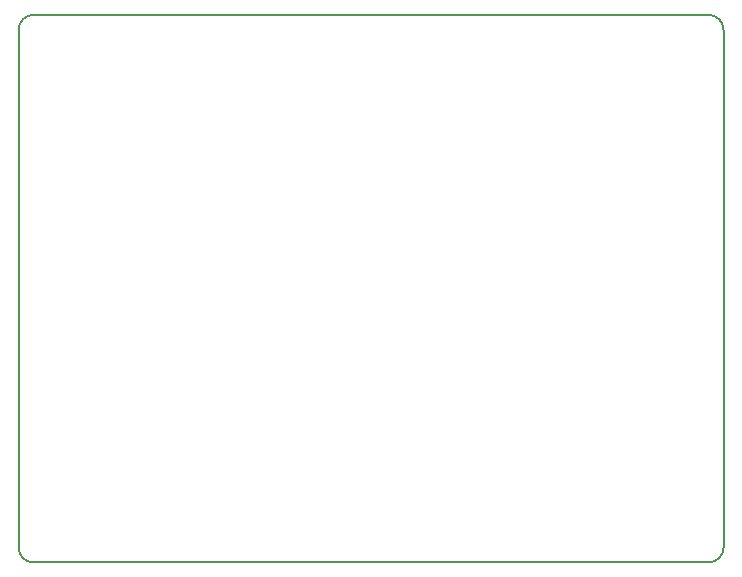
<source format=gbr>
G04 #@! TF.FileFunction,Profile,NP*
%FSLAX46Y46*%
G04 Gerber Fmt 4.6, Leading zero omitted, Abs format (unit mm)*
G04 Created by KiCad (PCBNEW 4.0.2+e4-6225~38~ubuntu15.04.1-stable) date zo 17 jul 2016 23:00:48 CEST*
%MOMM*%
G01*
G04 APERTURE LIST*
%ADD10C,0.100000*%
%ADD11C,0.150000*%
G04 APERTURE END LIST*
D10*
D11*
X114935000Y-81915000D02*
G75*
G03X113665000Y-83185000I0J-1270000D01*
G01*
X113665000Y-127000000D02*
G75*
G03X114935000Y-128270000I1270000J0D01*
G01*
X172085000Y-128270000D02*
G75*
G03X173355000Y-127000000I0J1270000D01*
G01*
X173355000Y-83185000D02*
G75*
G03X172085000Y-81915000I-1270000J0D01*
G01*
X113665000Y-127000000D02*
X113665000Y-83185000D01*
X172085000Y-128270000D02*
X114935000Y-128270000D01*
X173355000Y-83185000D02*
X173355000Y-127000000D01*
X114935000Y-81915000D02*
X172085000Y-81915000D01*
M02*

</source>
